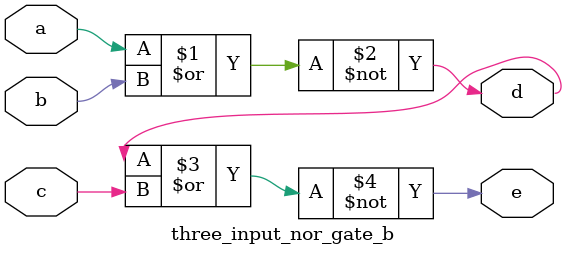
<source format=v>
`timescale 1ns / 1ps

module three_input_nor_gate_b(
    input a,b,c, output d,e
    );
    assign d = ~(a|b);
    assign e = ~(d|c);
endmodule

</source>
